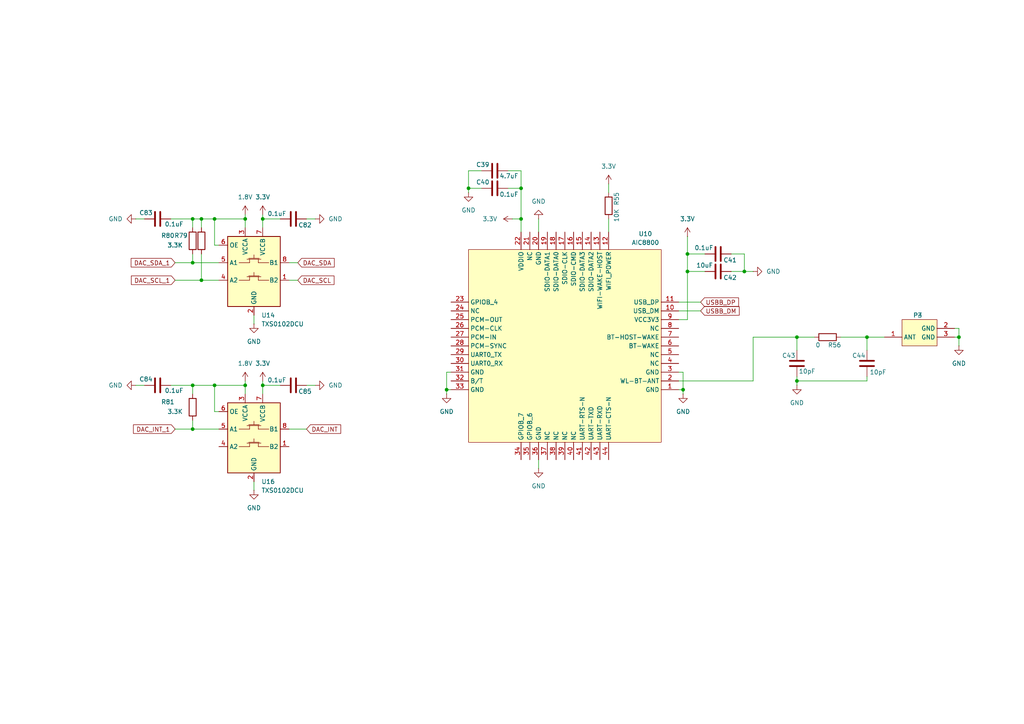
<source format=kicad_sch>
(kicad_sch (version 20250114) (generator "eeschema") (generator_version "9.0")
  (paper "A4")
  (lib_symbols
    (symbol "Device:C" (pin_numbers (hide yes)) (pin_names (offset 0.254))
      (property "Reference" "C" (at 0.635 2.54 0))
      (property "Value" "C" (at 0.635 -2.54 0))
      (symbol "C_0_1"
        (polyline (pts (xy -2.032 0.762) (xy 2.032 0.762)) (stroke (width 0.508)))
        (polyline (pts (xy -2.032 -0.762) (xy 2.032 -0.762)) (stroke (width 0.508)))
      )
      (symbol "C_1_1"
        (pin passive line (at 0 3.81 270) (length 2.794) (name "~") (number "1"))
        (pin passive line (at 0 -3.81 90) (length 2.794) (name "~") (number "2"))
      )
    )
    (symbol "Device:R" (pin_numbers (hide yes)) (pin_names (offset 0))
      (property "Reference" "R" (at 2.032 0 90))
      (property "Value" "R" (at 0 0 90))
      (symbol "R_0_1"
        (rectangle (start -1.016 -2.54) (end 1.016 2.54) (stroke (width 0.254)))
      )
      (symbol "R_1_1"
        (pin passive line (at 0 3.81 270) (length 1.27) (name "~") (number "1"))
        (pin passive line (at 0 -3.81 90) (length 1.27) (name "~") (number "2"))
      )
    )
    (symbol "Logic_LevelTranslator:TXS0102DCU"
      (property "Reference" "U" (at -6.35 11.43 0))
      (property "Value" "TXS0102DCU" (at 3.81 11.43 0))
      (symbol "TXS0102DCU_0_1"
        (rectangle (start -7.62 10.16) (end 7.62 -10.16) (stroke (width 0.254)) (fill (type background)))
        (polyline (pts (xy -4.318 -2.54) (xy -1.27 -2.54)))
        (polyline (pts (xy -2.032 -1.524) (xy 2.032 -1.524)))
        (polyline (pts (xy -1.524 -1.27) (xy 1.524 -1.27)))
        (polyline (pts (xy -1.27 -2.54) (xy -1.27 -1.524)))
        (polyline (pts (xy 0 -1.27) (xy 0 -0.254)))
        (polyline (pts (xy 1.27 -2.54) (xy 1.27 -1.524)))
        (polyline (pts (xy 4.318 -2.54) (xy 1.27 -2.54)))
      )
      (symbol "TXS0102DCU_1_1"
        (polyline (pts (xy -4.318 2.54) (xy -1.27 2.54)))
        (polyline (pts (xy -2.032 3.556) (xy 2.032 3.556)))
        (polyline (pts (xy -1.524 3.81) (xy 1.524 3.81)))
        (polyline (pts (xy -1.27 2.54) (xy -1.27 3.556)))
        (polyline (pts (xy 0 3.81) (xy 0 4.826)))
        (polyline (pts (xy 1.27 2.54) (xy 1.27 3.556)))
        (polyline (pts (xy 4.318 2.54) (xy 1.27 2.54)))
        (pin input line (at -10.16 7.62 0) (length 2.54) (name "OE") (number "6"))
        (pin bidirectional line (at -10.16 2.54 0) (length 2.54) (name "A1") (number "5"))
        (pin bidirectional line (at -10.16 -2.54 0) (length 2.54) (name "A2") (number "4"))
        (pin power_in line (at -2.54 12.7 270) (length 2.54) (name "VCCA") (number "3"))
        (pin power_in line (at 0 -12.7 90) (length 2.54) (name "GND") (number "2"))
        (pin power_in line (at 2.54 12.7 270) (length 2.54) (name "VCCB") (number "7"))
        (pin bidirectional line (at 10.16 2.54 180) (length 2.54) (name "B1") (number "8"))
        (pin bidirectional line (at 10.16 -2.54 180) (length 2.54) (name "B2") (number "1"))
      )
    )
    (symbol "coloryr:AIC8800模组"
      (property "Reference" "U" (at 1.778 10.922 0))
      (property "Value" "AIC8800" (at 4.826 8.382 0))
      (symbol "AIC8800模组_1_0"
        (rectangle (start 0 0) (end 55.88 -55.88) (fill (type background)))
        (pin input line (at -5.08 -15.24 0) (length 5.08) (name "GND") (number "1"))
        (pin input line (at -5.08 -17.78 0) (length 5.08) (name "WL-BT-ANT") (number "2"))
        (pin input line (at -5.08 -20.32 0) (length 5.08) (name "GND") (number "3"))
        (pin input line (at -5.08 -22.86 0) (length 5.08) (name "NC") (number "4"))
        (pin input line (at -5.08 -25.4 0) (length 5.08) (name "NC") (number "5"))
        (pin input line (at -5.08 -27.94 0) (length 5.08) (name "BT-WAKE") (number "6"))
        (pin input line (at -5.08 -30.48 0) (length 5.08) (name "BT-HOST-WAKE") (number "7"))
        (pin input line (at -5.08 -33.02 0) (length 5.08) (name "NC") (number "8"))
        (pin input line (at -5.08 -35.56 0) (length 5.08) (name "VCC3V3") (number "9"))
        (pin input line (at -5.08 -38.1 0) (length 5.08) (name "USB_DM") (number "10"))
        (pin input line (at -5.08 -40.64 0) (length 5.08) (name "USB_DP") (number "11"))
        (pin input line (at 15.24 5.08 270) (length 5.08) (name "UART-CTS-N") (number "44"))
        (pin input line (at 15.24 -60.96 90) (length 5.08) (name "WIFI_POWER") (number "12"))
        (pin input line (at 17.78 5.08 270) (length 5.08) (name "UART-RXD") (number "43"))
        (pin input line (at 17.78 -60.96 90) (length 5.08) (name "WIFI-WAKE-HOST") (number "13"))
        (pin input line (at 20.32 5.08 270) (length 5.08) (name "UART-TXD") (number "42"))
        (pin input line (at 20.32 -60.96 90) (length 5.08) (name "SDIO-DATA2") (number "14"))
        (pin input line (at 22.86 5.08 270) (length 5.08) (name "UART-RTS-N") (number "41"))
        (pin input line (at 22.86 -60.96 90) (length 5.08) (name "SDIO-DATA3") (number "15"))
        (pin input line (at 25.4 5.08 270) (length 5.08) (name "NC") (number "40"))
        (pin input line (at 25.4 -60.96 90) (length 5.08) (name "SDIO-CMD") (number "16"))
        (pin input line (at 27.94 5.08 270) (length 5.08) (name "NC") (number "39"))
        (pin input line (at 27.94 -60.96 90) (length 5.08) (name "SDIO-CLK") (number "17"))
        (pin input line (at 30.48 5.08 270) (length 5.08) (name "NC") (number "38"))
        (pin input line (at 30.48 -60.96 90) (length 5.08) (name "SDIO-DATA0") (number "18"))
        (pin input line (at 33.02 5.08 270) (length 5.08) (name "NC") (number "37"))
        (pin input line (at 33.02 -60.96 90) (length 5.08) (name "SDIO-DATA1") (number "19"))
        (pin input line (at 35.56 5.08 270) (length 5.08) (name "GND") (number "36"))
        (pin input line (at 35.56 -60.96 90) (length 5.08) (name "GND") (number "20"))
        (pin input line (at 38.1 5.08 270) (length 5.08) (name "GPIOB_6") (number "35"))
        (pin input line (at 38.1 -60.96 90) (length 5.08) (name "NC") (number "21"))
        (pin input line (at 40.64 5.08 270) (length 5.08) (name "GPIOB_7") (number "34"))
        (pin input line (at 40.64 -60.96 90) (length 5.08) (name "VDDIO") (number "22"))
        (pin input line (at 60.96 -15.24 180) (length 5.08) (name "GND") (number "33"))
        (pin input line (at 60.96 -17.78 180) (length 5.08) (name "B/T") (number "32"))
        (pin input line (at 60.96 -20.32 180) (length 5.08) (name "GND") (number "31"))
        (pin input line (at 60.96 -22.86 180) (length 5.08) (name "UART0_RX") (number "30"))
        (pin input line (at 60.96 -25.4 180) (length 5.08) (name "UART0_TX") (number "29"))
        (pin input line (at 60.96 -27.94 180) (length 5.08) (name "PCM-SYNC") (number "28"))
        (pin input line (at 60.96 -30.48 180) (length 5.08) (name "PCM-IN") (number "27"))
        (pin input line (at 60.96 -33.02 180) (length 5.08) (name "PCM-CLK") (number "26"))
        (pin input line (at 60.96 -35.56 180) (length 5.08) (name "PCM-OUT") (number "25"))
        (pin input line (at 60.96 -38.1 180) (length 5.08) (name "NC") (number "24"))
        (pin input line (at 60.96 -40.64 180) (length 5.08) (name "GPIOB_4") (number "23"))
      )
    )
    (symbol "coloryr:ANT"
      (property "Reference" "P" (at 0.762 1.016 0))
      (symbol "ANT_1_1"
        (rectangle (start 0 0) (end 10.16 -7.62) (fill (type background)))
        (pin bidirectional line (at -5.08 -5.08 0) (length 5.08) (name "ANT") (number "1"))
        (pin passive line (at 15.24 -2.54 180) (length 5.08) (name "GND") (number "2"))
        (pin passive line (at 15.24 -5.08 180) (length 5.08) (name "GND") (number "3"))
      )
    )
    (symbol "power:GND" (power) (pin_numbers (hide yes)) (pin_names (offset 0) (hide yes))
      (property "Value" "GND" (at 0 -3.81 0))
      (symbol "GND_0_1"
        (polyline (pts (xy 0 0) (xy 0 -1.27) (xy 1.27 -1.27) (xy 0 -2.54) (xy -1.27 -1.27) (xy 0 -1.27)))
      )
      (symbol "GND_1_1"
        (pin power_in line (at 0 0 270) (length 0) (name "~") (number "1"))
      )
    )
    (symbol "power:VCC" (power) (pin_numbers (hide yes)) (pin_names (offset 0) (hide yes))
      (property "Value" "VCC" (at 0 3.556 0))
      (symbol "VCC_0_1"
        (polyline (pts (xy -0.762 1.27) (xy 0 2.54)))
        (polyline (pts (xy 0 2.54) (xy 0.762 1.27)))
        (polyline (pts (xy 0 0) (xy 0 2.54)))
      )
      (symbol "VCC_1_1"
        (pin power_in line (at 0 0 90) (length 0) (name "~") (number "1"))
      )
    )
  )
  (junction (at 135.89 54.61))
  (junction (at 231.14 110.49))
  (junction (at 71.12 63.5))
  (junction (at 55.88 111.76))
  (junction (at 199.39 78.74))
  (junction (at 55.88 124.46))
  (junction (at 55.88 63.5))
  (junction (at 58.42 81.28))
  (junction (at 58.42 63.5))
  (junction (at 151.13 54.61))
  (junction (at 199.39 73.66))
  (junction (at 151.13 63.5))
  (junction (at 231.14 97.79))
  (junction (at 55.88 76.2))
  (junction (at 251.46 97.79))
  (junction (at 62.23 111.76))
  (junction (at 76.2 63.5))
  (junction (at 71.12 111.76))
  (junction (at 76.2 111.76))
  (junction (at 129.54 113.03))
  (junction (at 62.23 63.5))
  (junction (at 198.12 113.03))
  (junction (at 278.13 97.79))
  (junction (at 215.9 78.74))
  (wire (pts (xy 198.12 113.03) (xy 196.85 113.03)))
  (wire (pts (xy 83.82 76.2) (xy 86.36 76.2)))
  (wire (pts (xy 199.39 78.74) (xy 204.47 78.74)))
  (wire (pts (xy 63.5 119.38) (xy 62.23 119.38)))
  (wire (pts (xy 135.89 54.61) (xy 135.89 55.88)))
  (wire (pts (xy 231.14 110.49) (xy 251.46 110.49)))
  (wire (pts (xy 71.12 111.76) (xy 71.12 114.3)))
  (wire (pts (xy 236.22 97.79) (xy 231.14 97.79)))
  (wire (pts (xy 63.5 71.12) (xy 62.23 71.12)))
  (wire (pts (xy 199.39 92.71) (xy 196.85 92.71)))
  (wire (pts (xy 176.53 53.34) (xy 176.53 55.88)))
  (wire (pts (xy 215.9 78.74) (xy 218.44 78.74)))
  (wire (pts (xy 231.14 97.79) (xy 231.14 101.6)))
  (wire (pts (xy 55.88 121.92) (xy 55.88 124.46)))
  (wire (pts (xy 62.23 63.5) (xy 71.12 63.5)))
  (wire (pts (xy 151.13 63.5) (xy 151.13 67.31)))
  (wire (pts (xy 198.12 107.95) (xy 198.12 113.03)))
  (wire (pts (xy 83.82 81.28) (xy 86.36 81.28)))
  (wire (pts (xy 135.89 54.61) (xy 139.7 54.61)))
  (wire (pts (xy 139.7 49.53) (xy 135.89 49.53)))
  (wire (pts (xy 58.42 63.5) (xy 58.42 66.04)))
  (wire (pts (xy 212.09 78.74) (xy 215.9 78.74)))
  (wire (pts (xy 147.32 54.61) (xy 151.13 54.61)))
  (wire (pts (xy 55.88 124.46) (xy 50.8 124.46)))
  (wire (pts (xy 76.2 111.76) (xy 81.28 111.76)))
  (wire (pts (xy 196.85 110.49) (xy 218.44 110.49)))
  (wire (pts (xy 83.82 124.46) (xy 88.9 124.46)))
  (wire (pts (xy 199.39 73.66) (xy 199.39 78.74)))
  (wire (pts (xy 196.85 90.17) (xy 203.2 90.17)))
  (wire (pts (xy 76.2 62.23) (xy 76.2 63.5)))
  (wire (pts (xy 71.12 62.23) (xy 71.12 63.5)))
  (wire (pts (xy 55.88 63.5) (xy 55.88 66.04)))
  (wire (pts (xy 218.44 110.49) (xy 218.44 97.79)))
  (wire (pts (xy 71.12 63.5) (xy 71.12 66.04)))
  (wire (pts (xy 63.5 76.2) (xy 55.88 76.2)))
  (wire (pts (xy 251.46 97.79) (xy 256.54 97.79)))
  (wire (pts (xy 58.42 81.28) (xy 50.8 81.28)))
  (wire (pts (xy 73.66 91.44) (xy 73.66 93.98)))
  (wire (pts (xy 62.23 119.38) (xy 62.23 111.76)))
  (wire (pts (xy 49.53 63.5) (xy 55.88 63.5)))
  (wire (pts (xy 76.2 63.5) (xy 76.2 66.04)))
  (wire (pts (xy 198.12 113.03) (xy 198.12 114.3)))
  (wire (pts (xy 58.42 73.66) (xy 58.42 81.28)))
  (wire (pts (xy 231.14 110.49) (xy 231.14 111.76)))
  (wire (pts (xy 148.59 63.5) (xy 151.13 63.5)))
  (wire (pts (xy 55.88 111.76) (xy 62.23 111.76)))
  (wire (pts (xy 55.88 111.76) (xy 55.88 114.3)))
  (wire (pts (xy 151.13 54.61) (xy 151.13 63.5)))
  (wire (pts (xy 71.12 110.49) (xy 71.12 111.76)))
  (wire (pts (xy 58.42 63.5) (xy 62.23 63.5)))
  (wire (pts (xy 276.86 95.25) (xy 278.13 95.25)))
  (wire (pts (xy 278.13 97.79) (xy 278.13 100.33)))
  (wire (pts (xy 135.89 49.53) (xy 135.89 54.61)))
  (wire (pts (xy 218.44 97.79) (xy 231.14 97.79)))
  (wire (pts (xy 49.53 111.76) (xy 55.88 111.76)))
  (wire (pts (xy 76.2 63.5) (xy 81.28 63.5)))
  (wire (pts (xy 278.13 95.25) (xy 278.13 97.79)))
  (wire (pts (xy 176.53 63.5) (xy 176.53 67.31)))
  (wire (pts (xy 199.39 78.74) (xy 199.39 92.71)))
  (wire (pts (xy 129.54 113.03) (xy 129.54 107.95)))
  (wire (pts (xy 39.37 63.5) (xy 41.91 63.5)))
  (wire (pts (xy 147.32 49.53) (xy 151.13 49.53)))
  (wire (pts (xy 204.47 73.66) (xy 199.39 73.66)))
  (wire (pts (xy 62.23 71.12) (xy 62.23 63.5)))
  (wire (pts (xy 243.84 97.79) (xy 251.46 97.79)))
  (wire (pts (xy 55.88 73.66) (xy 55.88 76.2)))
  (wire (pts (xy 215.9 78.74) (xy 215.9 73.66)))
  (wire (pts (xy 88.9 111.76) (xy 91.44 111.76)))
  (wire (pts (xy 62.23 111.76) (xy 71.12 111.76)))
  (wire (pts (xy 156.21 133.35) (xy 156.21 135.89)))
  (wire (pts (xy 251.46 110.49) (xy 251.46 109.22)))
  (wire (pts (xy 63.5 124.46) (xy 55.88 124.46)))
  (wire (pts (xy 73.66 139.7) (xy 73.66 142.24)))
  (wire (pts (xy 196.85 107.95) (xy 198.12 107.95)))
  (wire (pts (xy 76.2 111.76) (xy 76.2 114.3)))
  (wire (pts (xy 39.37 111.76) (xy 41.91 111.76)))
  (wire (pts (xy 156.21 63.5) (xy 156.21 67.31)))
  (wire (pts (xy 88.9 63.5) (xy 91.44 63.5)))
  (wire (pts (xy 278.13 97.79) (xy 276.86 97.79)))
  (wire (pts (xy 215.9 73.66) (xy 212.09 73.66)))
  (wire (pts (xy 76.2 110.49) (xy 76.2 111.76)))
  (wire (pts (xy 151.13 49.53) (xy 151.13 54.61)))
  (wire (pts (xy 196.85 87.63) (xy 203.2 87.63)))
  (wire (pts (xy 55.88 76.2) (xy 50.8 76.2)))
  (wire (pts (xy 251.46 97.79) (xy 251.46 101.6)))
  (wire (pts (xy 129.54 107.95) (xy 130.81 107.95)))
  (wire (pts (xy 129.54 113.03) (xy 129.54 114.3)))
  (wire (pts (xy 199.39 68.58) (xy 199.39 73.66)))
  (wire (pts (xy 231.14 109.22) (xy 231.14 110.49)))
  (wire (pts (xy 63.5 81.28) (xy 58.42 81.28)))
  (wire (pts (xy 55.88 63.5) (xy 58.42 63.5)))
  (wire (pts (xy 130.81 113.03) (xy 129.54 113.03)))
  (global_label "USBB_DP" (shape input) (at 203.2 87.63 0) (property "Intersheetrefs" "${INTERSHEET_REFS}" (effects (hide yes))))
  (global_label "USBB_DM" (shape input) (at 203.2 90.17 0) (property "Intersheetrefs" "${INTERSHEET_REFS}" (effects (hide yes))))
  (global_label "DAC_SDA_1" (shape input) (at 50.8 76.2 180) (property "Intersheetrefs" "${INTERSHEET_REFS}" (effects (hide yes))))
  (global_label "DAC_SCL_1" (shape input) (at 50.8 81.28 180) (property "Intersheetrefs" "${INTERSHEET_REFS}" (effects (hide yes))))
  (global_label "DAC_SCL" (shape input) (at 86.36 81.28 0) (property "Intersheetrefs" "${INTERSHEET_REFS}" (effects (hide yes))))
  (global_label "DAC_INT_1" (shape input) (at 50.8 124.46 180) (property "Intersheetrefs" "${INTERSHEET_REFS}" (effects (hide yes))))
  (global_label "DAC_SDA" (shape input) (at 86.36 76.2 0) (property "Intersheetrefs" "${INTERSHEET_REFS}" (effects (hide yes))))
  (global_label "DAC_INT" (shape input) (at 88.9 124.46 0) (property "Intersheetrefs" "${INTERSHEET_REFS}" (effects (hide yes))))
  (symbol (lib_id "Device:R") (at 240.03 97.79 270) (unit 1)
    (property "Reference" "R56" (at 242.062 100.076 90))
    (property "Value" "0" (at 237.236 100.076 90))
    (property "Footprint" "Resistor_SMD:R_0402_1005Metric_Pad0.72x0.64mm_HandSolder" (effects (hide yes)))
    (property "Description" "Resistor" (effects (hide yes)))
  )
  (symbol (lib_id "power:VCC") (at 176.53 53.34 0) (unit 1)
    (property "Reference" "#PWR091" (effects (hide yes)))
    (property "Value" "3.3V" (at 176.53 48.26 0))
    (property "Description" "Power symbol creates a global label with name \"VCC\"" (effects (hide yes)))
  )
  (symbol (lib_id "power:GND") (at 278.13 100.33 0) (unit 1)
    (property "Reference" "#PWR096" (effects (hide yes)))
    (property "Value" "GND" (at 278.13 105.41 0))
    (property "Description" "Power symbol creates a global label with name \"GND\" , ground" (effects (hide yes)))
  )
  (symbol (lib_id "Device:C") (at 85.09 111.76 90) (unit 1)
    (property "Reference" "C85" (at 90.424 113.538 90) (effects (justify left)))
    (property "Value" "0.1uF" (at 83.058 110.236 90) (effects (justify left)))
    (property "Footprint" "Capacitor_SMD:C_0402_1005Metric_Pad0.74x0.62mm_HandSolder" (effects (hide yes)))
    (property "Description" "Unpolarized capacitor" (effects (hide yes)))
  )
  (symbol (lib_id "Device:R") (at 55.88 69.85 180) (unit 1)
    (property "Reference" "R80" (at 46.736 68.326 0) (effects (justify right)))
    (property "Value" "3.3K" (at 48.514 71.12 0) (effects (justify right)))
    (property "Footprint" "Capacitor_SMD:C_0402_1005Metric_Pad0.74x0.62mm_HandSolder" (effects (hide yes)))
    (property "Description" "Resistor" (effects (hide yes)))
  )
  (symbol (lib_id "Device:C") (at 231.14 105.41 0) (unit 1)
    (property "Reference" "C43" (at 226.822 103.124 0) (effects (justify left)))
    (property "Value" "10pF" (at 231.648 107.696 0) (effects (justify left)))
    (property "Footprint" "Capacitor_SMD:C_0402_1005Metric_Pad0.74x0.62mm_HandSolder" (effects (hide yes)))
    (property "Description" "Unpolarized capacitor" (effects (hide yes)))
  )
  (symbol (lib_id "Device:C") (at 85.09 63.5 90) (unit 1)
    (property "Reference" "C82" (at 90.424 65.278 90) (effects (justify left)))
    (property "Value" "0.1uF" (at 83.058 61.976 90) (effects (justify left)))
    (property "Footprint" "Capacitor_SMD:C_0402_1005Metric_Pad0.74x0.62mm_HandSolder" (effects (hide yes)))
    (property "Description" "Unpolarized capacitor" (effects (hide yes)))
  )
  (symbol (lib_id "power:GND") (at 198.12 114.3 0) (unit 1)
    (property "Reference" "#PWR092" (effects (hide yes)))
    (property "Value" "GND" (at 198.12 119.38 0))
    (property "Description" "Power symbol creates a global label with name \"GND\" , ground" (effects (hide yes)))
  )
  (symbol (lib_id "power:GND") (at 91.44 63.5 90) (unit 1)
    (property "Reference" "#PWR0126" (effects (hide yes)))
    (property "Value" "GND" (at 95.25 63.4999 90) (effects (justify right)))
    (property "Description" "Power symbol creates a global label with name \"GND\" , ground" (effects (hide yes)))
  )
  (symbol (lib_id "Device:C") (at 45.72 111.76 270) (unit 1)
    (property "Reference" "C84" (at 40.386 109.982 90) (effects (justify left)))
    (property "Value" "0.1uF" (at 47.752 113.284 90) (effects (justify left)))
    (property "Footprint" "Capacitor_SMD:C_0402_1005Metric_Pad0.74x0.62mm_HandSolder" (effects (hide yes)))
    (property "Description" "Unpolarized capacitor" (effects (hide yes)))
  )
  (symbol (lib_id "Device:C") (at 208.28 73.66 270) (unit 1)
    (property "Reference" "C41" (at 209.804 75.438 90) (effects (justify left)))
    (property "Value" "0.1uF" (at 201.422 71.882 90) (effects (justify left)))
    (property "Footprint" "Capacitor_SMD:C_0402_1005Metric_Pad0.74x0.62mm_HandSolder" (effects (hide yes)))
    (property "Description" "Unpolarized capacitor" (effects (hide yes)))
  )
  (symbol (lib_id "power:VCC") (at 71.12 62.23 0) (unit 1)
    (property "Reference" "#PWR0125" (effects (hide yes)))
    (property "Value" "1.8V" (at 71.12 57.15 0))
    (property "Description" "Power symbol creates a global label with name \"VCC\"" (effects (hide yes)))
  )
  (symbol (lib_id "Device:C") (at 208.28 78.74 270) (unit 1)
    (property "Reference" "C42" (at 209.804 80.518 90) (effects (justify left)))
    (property "Value" "10uF" (at 201.93 76.962 90) (effects (justify left)))
    (property "Footprint" "Capacitor_SMD:C_0402_1005Metric_Pad0.74x0.62mm_HandSolder" (effects (hide yes)))
    (property "Description" "Unpolarized capacitor" (effects (hide yes)))
  )
  (symbol (lib_id "power:GND") (at 73.66 142.24 0) (unit 1)
    (property "Reference" "#PWR0129" (effects (hide yes)))
    (property "Value" "GND" (at 73.66 147.32 0))
    (property "Description" "Power symbol creates a global label with name \"GND\" , ground" (effects (hide yes)))
  )
  (symbol (lib_id "Device:R") (at 55.88 118.11 180) (unit 1)
    (property "Reference" "R81" (at 46.736 116.586 0) (effects (justify right)))
    (property "Value" "3.3K" (at 48.514 119.38 0) (effects (justify right)))
    (property "Footprint" "Capacitor_SMD:C_0402_1005Metric_Pad0.74x0.62mm_HandSolder" (effects (hide yes)))
    (property "Description" "Resistor" (effects (hide yes)))
  )
  (symbol (lib_id "power:GND") (at 156.21 135.89 0) (unit 1)
    (property "Reference" "#PWR090" (effects (hide yes)))
    (property "Value" "GND" (at 156.21 140.97 0))
    (property "Description" "Power symbol creates a global label with name \"GND\" , ground" (effects (hide yes)))
  )
  (symbol (lib_id "power:GND") (at 91.44 111.76 90) (unit 1)
    (property "Reference" "#PWR0131" (effects (hide yes)))
    (property "Value" "GND" (at 95.25 111.7599 90) (effects (justify right)))
    (property "Description" "Power symbol creates a global label with name \"GND\" , ground" (effects (hide yes)))
  )
  (symbol (lib_id "power:GND") (at 73.66 93.98 0) (unit 1)
    (property "Reference" "#PWR0122" (effects (hide yes)))
    (property "Value" "GND" (at 73.66 99.06 0))
    (property "Description" "Power symbol creates a global label with name \"GND\" , ground" (effects (hide yes)))
  )
  (symbol (lib_id "Device:R") (at 176.53 59.69 0) (unit 1)
    (property "Reference" "R55" (at 178.816 57.658 90))
    (property "Value" "10K" (at 178.816 62.484 90))
    (property "Footprint" "Resistor_SMD:R_0402_1005Metric_Pad0.72x0.64mm_HandSolder" (effects (hide yes)))
    (property "Description" "Resistor" (effects (hide yes)))
  )
  (symbol (lib_id "Device:C") (at 143.51 54.61 90) (unit 1)
    (property "Reference" "C40" (at 141.986 52.832 90) (effects (justify left)))
    (property "Value" "0.1uF" (at 150.368 56.388 90) (effects (justify left)))
    (property "Footprint" "Capacitor_SMD:C_0402_1005Metric_Pad0.74x0.62mm_HandSolder" (effects (hide yes)))
    (property "Description" "Unpolarized capacitor" (effects (hide yes)))
  )
  (symbol (lib_id "power:GND") (at 39.37 63.5 270) (unit 1)
    (property "Reference" "#PWR0127" (effects (hide yes)))
    (property "Value" "GND" (at 35.56 63.4999 90) (effects (justify right)))
    (property "Description" "Power symbol creates a global label with name \"GND\" , ground" (effects (hide yes)))
  )
  (symbol (lib_id "power:GND") (at 39.37 111.76 270) (unit 1)
    (property "Reference" "#PWR045" (effects (hide yes)))
    (property "Value" "GND" (at 35.56 111.7599 90) (effects (justify right)))
    (property "Description" "Power symbol creates a global label with name \"GND\" , ground" (effects (hide yes)))
  )
  (symbol (lib_id "Logic_LevelTranslator:TXS0102DCU") (at 73.66 78.74 0) (unit 1)
    (property "Reference" "U14" (at 75.8033 91.44 0) (effects (justify left)))
    (property "Value" "TXS0102DCU" (at 75.8033 93.98 0) (effects (justify left)))
    (property "Footprint" "Package_SO:VSSOP-8_2.3x2mm_P0.5mm" (effects (hide yes)))
    (property "Datasheet" "http://www.ti.com/lit/gpn/txs0102" (effects (hide yes)))
    (property "Description" "2-Bit Bidirectional Voltage-Level Shifter for Open-Drain and Push-Pull Application, VSSOP-8" (effects (hide yes)))
  )
  (symbol (lib_id "power:GND") (at 129.54 114.3 0) (unit 1)
    (property "Reference" "#PWR086" (effects (hide yes)))
    (property "Value" "GND" (at 129.54 119.38 0))
    (property "Description" "Power symbol creates a global label with name \"GND\" , ground" (effects (hide yes)))
  )
  (symbol (lib_id "power:VCC") (at 199.39 68.58 0) (unit 1)
    (property "Reference" "#PWR093" (effects (hide yes)))
    (property "Value" "3.3V" (at 199.39 63.5 0))
    (property "Description" "Power symbol creates a global label with name \"VCC\"" (effects (hide yes)))
  )
  (symbol (lib_id "coloryr:ANT") (at 261.62 92.71 0) (unit 1)
    (property "Reference" "P3" (at 266.192 91.44 0))
    (property "Value" "~" (at 266.7 91.44 0))
    (property "Footprint" "coloryr:IPEX-SMD_BWIPX-1-001E" (effects (hide yes)))
  )
  (symbol (lib_id "Device:C") (at 45.72 63.5 270) (unit 1)
    (property "Reference" "C83" (at 40.386 61.722 90) (effects (justify left)))
    (property "Value" "0.1uF" (at 47.752 65.024 90) (effects (justify left)))
    (property "Footprint" "Capacitor_SMD:C_0402_1005Metric_Pad0.74x0.62mm_HandSolder" (effects (hide yes)))
    (property "Description" "Unpolarized capacitor" (effects (hide yes)))
  )
  (symbol (lib_id "power:VCC") (at 148.59 63.5 90) (unit 1)
    (property "Reference" "#PWR088" (effects (hide yes)))
    (property "Value" "3.3V" (at 144.2557 63.4999 90) (effects (justify left)))
    (property "Description" "Power symbol creates a global label with name \"VCC\"" (effects (hide yes)))
  )
  (symbol (lib_id "power:VCC") (at 71.12 110.49 0) (unit 1)
    (property "Reference" "#PWR057" (effects (hide yes)))
    (property "Value" "1.8V" (at 71.12 105.41 0))
    (property "Description" "Power symbol creates a global label with name \"VCC\"" (effects (hide yes)))
  )
  (symbol (lib_id "Device:C") (at 251.46 105.41 0) (unit 1)
    (property "Reference" "C44" (at 247.142 103.124 0) (effects (justify left)))
    (property "Value" "10pF" (at 252.222 107.95 0) (effects (justify left)))
    (property "Footprint" "Capacitor_SMD:C_0402_1005Metric_Pad0.74x0.62mm_HandSolder" (effects (hide yes)))
    (property "Description" "Unpolarized capacitor" (effects (hide yes)))
  )
  (symbol (lib_id "power:GND") (at 156.21 63.5 180) (unit 1)
    (property "Reference" "#PWR089" (effects (hide yes)))
    (property "Value" "GND" (at 156.21 58.42 0))
    (property "Description" "Power symbol creates a global label with name \"GND\" , ground" (effects (hide yes)))
  )
  (symbol (lib_id "Logic_LevelTranslator:TXS0102DCU") (at 73.66 127 0) (unit 1)
    (property "Reference" "U16" (at 75.8033 139.7 0) (effects (justify left)))
    (property "Value" "TXS0102DCU" (at 75.8033 142.24 0) (effects (justify left)))
    (property "Footprint" "Package_SO:VSSOP-8_2.3x2mm_P0.5mm" (effects (hide yes)))
    (property "Datasheet" "http://www.ti.com/lit/gpn/txs0102" (effects (hide yes)))
    (property "Description" "2-Bit Bidirectional Voltage-Level Shifter for Open-Drain and Push-Pull Application, VSSOP-8" (effects (hide yes)))
  )
  (symbol (lib_id "power:GND") (at 135.89 55.88 0) (unit 1)
    (property "Reference" "#PWR087" (effects (hide yes)))
    (property "Value" "GND" (at 135.89 60.96 0))
    (property "Description" "Power symbol creates a global label with name \"GND\" , ground" (effects (hide yes)))
  )
  (symbol (lib_id "Device:R") (at 58.42 69.85 180) (unit 1)
    (property "Reference" "R79" (at 50.546 68.326 0) (effects (justify right)))
    (property "Value" "3.3K" (at 48.514 71.12 0) (effects (justify right)))
    (property "Footprint" "Capacitor_SMD:C_0402_1005Metric_Pad0.74x0.62mm_HandSolder" (effects (hide yes)))
    (property "Description" "Resistor" (effects (hide yes)))
  )
  (symbol (lib_id "Device:C") (at 143.51 49.53 90) (unit 1)
    (property "Reference" "C39" (at 141.986 47.752 90) (effects (justify left)))
    (property "Value" "4.7uF" (at 150.368 51.054 90) (effects (justify left)))
    (property "Footprint" "Capacitor_SMD:C_0402_1005Metric_Pad0.74x0.62mm_HandSolder" (effects (hide yes)))
    (property "Description" "Unpolarized capacitor" (effects (hide yes)))
  )
  (symbol (lib_id "power:GND") (at 218.44 78.74 90) (unit 1)
    (property "Reference" "#PWR094" (effects (hide yes)))
    (property "Value" "GND" (at 222.25 78.7399 90) (effects (justify right)))
    (property "Description" "Power symbol creates a global label with name \"GND\" , ground" (effects (hide yes)))
  )
  (symbol (lib_id "power:VCC") (at 76.2 62.23 0) (unit 1)
    (property "Reference" "#PWR0123" (effects (hide yes)))
    (property "Value" "3.3V" (at 76.2 57.15 0))
    (property "Description" "Power symbol creates a global label with name \"VCC\"" (effects (hide yes)))
  )
  (symbol (lib_id "power:GND") (at 231.14 111.76 0) (unit 1)
    (property "Reference" "#PWR095" (effects (hide yes)))
    (property "Value" "GND" (at 231.14 116.84 0))
    (property "Description" "Power symbol creates a global label with name \"GND\" , ground" (effects (hide yes)))
  )
  (symbol (lib_id "coloryr:AIC8800模组") (at 191.77 128.27 180) (unit 1)
    (property "Reference" "U10" (at 187.198 67.818 0))
    (property "Value" "AIC8800" (at 187.198 70.358 0))
    (property "Footprint" "coloryr:AIC8800模组" (effects (hide yes)))
  )
  (symbol (lib_id "power:VCC") (at 76.2 110.49 0) (unit 1)
    (property "Reference" "#PWR0130" (effects (hide yes)))
    (property "Value" "3.3V" (at 76.2 105.41 0))
    (property "Description" "Power symbol creates a global label with name \"VCC\"" (effects (hide yes)))
  )
)
</source>
